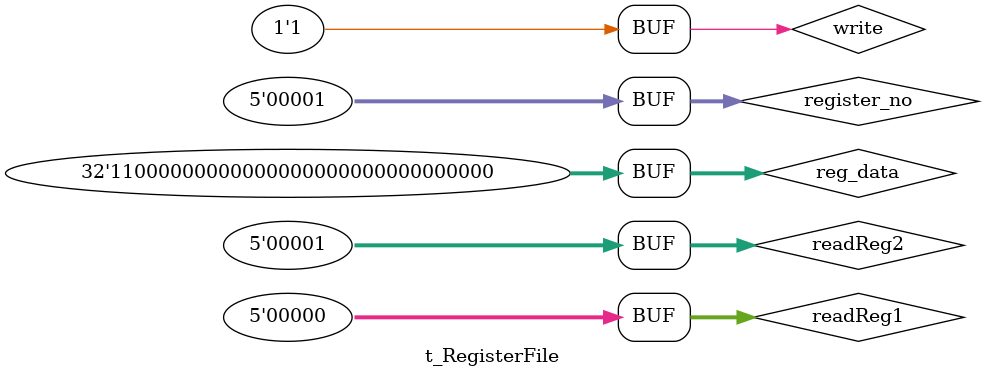
<source format=v>
/**
*	Test bench for Register file
*	By: Omkar Prabhu 16CO233
*	28th October 2017
*/


`timescale 1ns/100ps

module t_RegisterFile;

    // outputs
    wire [0:31] readData1;
    wire [0:31] readData2;

    // inputs
    reg write;
    reg [0:4] register_no, readReg1, readReg2;
    reg [0:31] reg_data;
    
    // Register file thread instantated
    RegisterFile inst ( write, reg_data, register_no, readReg1, readReg2, readData1, readData2);

    // input combinations
    initial begin

        $dumpfile("RegisterFile.vcd");
        $dumpvars(0, t_RegisterFile);

        write = 1'b1;
        readReg1 = 5'b00000;
        readReg2 = 5'b00000;
        register_no = 5'b00001;
        reg_data = 32'b00111001110011100111001110011110;
        #10;
        write = 1'b0;
        #1;
        readReg1 = 5'b00000;
        #1;
        readReg2 = 5'b00001;
        register_no = 5'b00000;
        reg_data = 32'b00111001110011100111111110011110;
        #10; 
        write = 1'b1;
        #10;
        write = 1'b0;
        #10;
        write = 1'b1;
        register_no = 5'b00001;
        reg_data = 32'b11000000000000000000000000000000;
        #10;
       
    end

    // display outputs
    initial begin
        #1;
        
    end

endmodule

</source>
